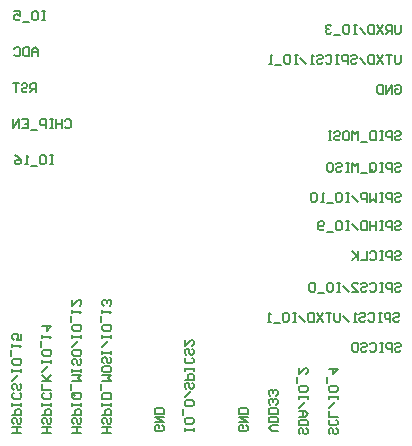
<source format=gbo>
G04*
G04 #@! TF.GenerationSoftware,Altium Limited,Altium Designer,18.1.7 (191)*
G04*
G04 Layer_Color=32896*
%FSLAX43Y43*%
%MOMM*%
G71*
G01*
G75*
%ADD18C,0.180*%
D18*
X9179Y28944D02*
X8929D01*
X9054D01*
Y28194D01*
X9179D01*
X8929D01*
X8180Y28944D02*
X8430D01*
X8555Y28819D01*
Y28319D01*
X8430Y28194D01*
X8180D01*
X8055Y28319D01*
Y28819D01*
X8180Y28944D01*
X7805Y28069D02*
X7305D01*
X7055Y28194D02*
X6805D01*
X6930D01*
Y28944D01*
X7055Y28819D01*
X5930Y28944D02*
X6180Y28819D01*
X6430Y28569D01*
Y28319D01*
X6305Y28194D01*
X6055D01*
X5930Y28319D01*
Y28444D01*
X6055Y28569D01*
X6430D01*
X10168Y31867D02*
X10293Y31992D01*
X10543D01*
X10668Y31867D01*
Y31367D01*
X10543Y31242D01*
X10293D01*
X10168Y31367D01*
X9918Y31992D02*
Y31242D01*
Y31617D01*
X9418D01*
Y31992D01*
Y31242D01*
X9168Y31992D02*
X8919D01*
X9044D01*
Y31242D01*
X9168D01*
X8919D01*
X8544D02*
Y31992D01*
X8169D01*
X8044Y31867D01*
Y31617D01*
X8169Y31492D01*
X8544D01*
X7794Y31117D02*
X7294D01*
X6544Y31992D02*
X7044D01*
Y31242D01*
X6544D01*
X7044Y31617D02*
X6794D01*
X6294Y31242D02*
Y31992D01*
X5795Y31242D01*
Y31992D01*
X7747Y34290D02*
Y35040D01*
X7372D01*
X7247Y34915D01*
Y34665D01*
X7372Y34540D01*
X7747D01*
X7497D02*
X7247Y34290D01*
X6497Y34915D02*
X6622Y35040D01*
X6872D01*
X6997Y34915D01*
Y34790D01*
X6872Y34665D01*
X6622D01*
X6497Y34540D01*
Y34415D01*
X6622Y34290D01*
X6872D01*
X6997Y34415D01*
X6247Y35040D02*
X5748D01*
X5998D01*
Y34290D01*
X7874Y37343D02*
Y37843D01*
X7624Y38093D01*
X7374Y37843D01*
Y37343D01*
Y37718D01*
X7874D01*
X7124Y38093D02*
Y37343D01*
X6749D01*
X6624Y37468D01*
Y37968D01*
X6749Y38093D01*
X7124D01*
X5875Y37968D02*
X6000Y38093D01*
X6250D01*
X6374Y37968D01*
Y37468D01*
X6250Y37343D01*
X6000D01*
X5875Y37468D01*
X8509Y41136D02*
X8259D01*
X8384D01*
Y40386D01*
X8509D01*
X8259D01*
X7509Y41136D02*
X7759D01*
X7884Y41011D01*
Y40511D01*
X7759Y40386D01*
X7509D01*
X7384Y40511D01*
Y41011D01*
X7509Y41136D01*
X7134Y40261D02*
X6635D01*
X5885Y41136D02*
X6385D01*
Y40761D01*
X6135Y40886D01*
X6010D01*
X5885Y40761D01*
Y40511D01*
X6010Y40386D01*
X6260D01*
X6385Y40511D01*
X6465Y5472D02*
X5715D01*
X6090D01*
Y5972D01*
X6465D01*
X5715D01*
X6340Y6722D02*
X6465Y6597D01*
Y6347D01*
X6340Y6222D01*
X6215D01*
X6090Y6347D01*
Y6597D01*
X5965Y6722D01*
X5840D01*
X5715Y6597D01*
Y6347D01*
X5840Y6222D01*
X5715Y6972D02*
X6465D01*
Y7346D01*
X6340Y7471D01*
X6090D01*
X5965Y7346D01*
Y6972D01*
X6465Y7721D02*
Y7971D01*
Y7846D01*
X5715D01*
Y7721D01*
Y7971D01*
X6340Y8846D02*
X6465Y8721D01*
Y8471D01*
X6340Y8346D01*
X5840D01*
X5715Y8471D01*
Y8721D01*
X5840Y8846D01*
X6340Y9596D02*
X6465Y9471D01*
Y9221D01*
X6340Y9096D01*
X6215D01*
X6090Y9221D01*
Y9471D01*
X5965Y9596D01*
X5840D01*
X5715Y9471D01*
Y9221D01*
X5840Y9096D01*
X5715Y9846D02*
X6215Y10345D01*
X6465Y10595D02*
Y10845D01*
Y10720D01*
X5715D01*
Y10595D01*
Y10845D01*
X6465Y11595D02*
Y11345D01*
X6340Y11220D01*
X5840D01*
X5715Y11345D01*
Y11595D01*
X5840Y11720D01*
X6340D01*
X6465Y11595D01*
X5590Y11970D02*
Y12470D01*
X5715Y12720D02*
Y12970D01*
Y12845D01*
X6465D01*
X6340Y12720D01*
X6465Y13844D02*
Y13344D01*
X6090D01*
X6215Y13594D01*
Y13719D01*
X6090Y13844D01*
X5840D01*
X5715Y13719D01*
Y13469D01*
X5840Y13344D01*
X9005Y5472D02*
X8255D01*
X8630D01*
Y5972D01*
X9005D01*
X8255D01*
X8880Y6722D02*
X9005Y6597D01*
Y6347D01*
X8880Y6222D01*
X8755D01*
X8630Y6347D01*
Y6597D01*
X8505Y6722D01*
X8380D01*
X8255Y6597D01*
Y6347D01*
X8380Y6222D01*
X8255Y6972D02*
X9005D01*
Y7346D01*
X8880Y7471D01*
X8630D01*
X8505Y7346D01*
Y6972D01*
X9005Y7721D02*
Y7971D01*
Y7846D01*
X8255D01*
Y7721D01*
Y7971D01*
X8880Y8846D02*
X9005Y8721D01*
Y8471D01*
X8880Y8346D01*
X8380D01*
X8255Y8471D01*
Y8721D01*
X8380Y8846D01*
X9005Y9096D02*
X8255D01*
Y9596D01*
X9005Y9846D02*
X8255D01*
X8505D01*
X9005Y10345D01*
X8630Y9971D01*
X8255Y10345D01*
Y10595D02*
X8755Y11095D01*
X9005Y11345D02*
Y11595D01*
Y11470D01*
X8255D01*
Y11345D01*
Y11595D01*
X9005Y12345D02*
Y12095D01*
X8880Y11970D01*
X8380D01*
X8255Y12095D01*
Y12345D01*
X8380Y12470D01*
X8880D01*
X9005Y12345D01*
X8130Y12720D02*
Y13220D01*
X8255Y13469D02*
Y13719D01*
Y13594D01*
X9005D01*
X8880Y13469D01*
X8255Y14469D02*
X9005D01*
X8630Y14094D01*
Y14594D01*
X11545Y5472D02*
X10795D01*
X11170D01*
Y5972D01*
X11545D01*
X10795D01*
X11420Y6722D02*
X11545Y6597D01*
Y6347D01*
X11420Y6222D01*
X11295D01*
X11170Y6347D01*
Y6597D01*
X11045Y6722D01*
X10920D01*
X10795Y6597D01*
Y6347D01*
X10920Y6222D01*
X10795Y6972D02*
X11545D01*
Y7346D01*
X11420Y7471D01*
X11170D01*
X11045Y7346D01*
Y6972D01*
X11545Y7721D02*
Y7971D01*
Y7846D01*
X10795D01*
Y7721D01*
Y7971D01*
X10920Y8846D02*
X11420D01*
X11545Y8721D01*
Y8471D01*
X11420Y8346D01*
X10920D01*
X10795Y8471D01*
Y8721D01*
X11045Y8596D02*
X10795Y8846D01*
Y8721D02*
X10920Y8846D01*
X10670Y9096D02*
Y9596D01*
X10795Y9846D02*
X11545D01*
X11295Y10096D01*
X11545Y10345D01*
X10795D01*
X11545Y10595D02*
Y10845D01*
Y10720D01*
X10795D01*
Y10595D01*
Y10845D01*
X11420Y11720D02*
X11545Y11595D01*
Y11345D01*
X11420Y11220D01*
X11295D01*
X11170Y11345D01*
Y11595D01*
X11045Y11720D01*
X10920D01*
X10795Y11595D01*
Y11345D01*
X10920Y11220D01*
X11545Y12345D02*
Y12095D01*
X11420Y11970D01*
X10920D01*
X10795Y12095D01*
Y12345D01*
X10920Y12470D01*
X11420D01*
X11545Y12345D01*
X10795Y12720D02*
X11295Y13220D01*
X11545Y13469D02*
Y13719D01*
Y13594D01*
X10795D01*
Y13469D01*
Y13719D01*
X11545Y14469D02*
Y14219D01*
X11420Y14094D01*
X10920D01*
X10795Y14219D01*
Y14469D01*
X10920Y14594D01*
X11420D01*
X11545Y14469D01*
X10670Y14844D02*
Y15344D01*
X10795Y15594D02*
Y15844D01*
Y15719D01*
X11545D01*
X11420Y15594D01*
X10795Y16718D02*
Y16219D01*
X11295Y16718D01*
X11420D01*
X11545Y16593D01*
Y16344D01*
X11420Y16219D01*
X14085Y5472D02*
X13335D01*
X13710D01*
Y5972D01*
X14085D01*
X13335D01*
X13960Y6722D02*
X14085Y6597D01*
Y6347D01*
X13960Y6222D01*
X13835D01*
X13710Y6347D01*
Y6597D01*
X13585Y6722D01*
X13460D01*
X13335Y6597D01*
Y6347D01*
X13460Y6222D01*
X13335Y6972D02*
X14085D01*
Y7346D01*
X13960Y7471D01*
X13710D01*
X13585Y7346D01*
Y6972D01*
X14085Y7721D02*
Y7971D01*
Y7846D01*
X13335D01*
Y7721D01*
Y7971D01*
X14085Y8346D02*
X13335D01*
Y8721D01*
X13460Y8846D01*
X13960D01*
X14085Y8721D01*
Y8346D01*
X13210Y9096D02*
Y9596D01*
X13335Y9846D02*
X14085D01*
X13835Y10096D01*
X14085Y10345D01*
X13335D01*
X14085Y10970D02*
Y10720D01*
X13960Y10595D01*
X13460D01*
X13335Y10720D01*
Y10970D01*
X13460Y11095D01*
X13960D01*
X14085Y10970D01*
X13960Y11845D02*
X14085Y11720D01*
Y11470D01*
X13960Y11345D01*
X13835D01*
X13710Y11470D01*
Y11720D01*
X13585Y11845D01*
X13460D01*
X13335Y11720D01*
Y11470D01*
X13460Y11345D01*
X14085Y12095D02*
Y12345D01*
Y12220D01*
X13335D01*
Y12095D01*
Y12345D01*
Y12720D02*
X13835Y13220D01*
X14085Y13469D02*
Y13719D01*
Y13594D01*
X13335D01*
Y13469D01*
Y13719D01*
X14085Y14469D02*
Y14219D01*
X13960Y14094D01*
X13460D01*
X13335Y14219D01*
Y14469D01*
X13460Y14594D01*
X13960D01*
X14085Y14469D01*
X13210Y14844D02*
Y15344D01*
X13335Y15594D02*
Y15844D01*
Y15719D01*
X14085D01*
X13960Y15594D01*
Y16219D02*
X14085Y16344D01*
Y16593D01*
X13960Y16718D01*
X13835D01*
X13710Y16593D01*
Y16468D01*
Y16593D01*
X13585Y16718D01*
X13460D01*
X13335Y16593D01*
Y16344D01*
X13460Y16219D01*
X18405Y6088D02*
X18530Y5963D01*
Y5713D01*
X18405Y5588D01*
X17905D01*
X17780Y5713D01*
Y5963D01*
X17905Y6088D01*
X18155D01*
Y5838D01*
X17780Y6338D02*
X18530D01*
X17780Y6838D01*
X18530D01*
Y7088D02*
X17780D01*
Y7462D01*
X17905Y7587D01*
X18405D01*
X18530Y7462D01*
Y7088D01*
X21070Y5588D02*
Y5838D01*
Y5713D01*
X20320D01*
Y5588D01*
Y5838D01*
X21070Y6588D02*
Y6338D01*
X20945Y6213D01*
X20445D01*
X20320Y6338D01*
Y6588D01*
X20445Y6713D01*
X20945D01*
X21070Y6588D01*
X20195Y6963D02*
Y7462D01*
X20945Y7712D02*
X21070Y7837D01*
Y8087D01*
X20945Y8212D01*
X20445D01*
X20320Y8087D01*
Y7837D01*
X20445Y7712D01*
X20945D01*
X20320Y8462D02*
X20820Y8962D01*
X20945Y9712D02*
X21070Y9587D01*
Y9337D01*
X20945Y9212D01*
X20820D01*
X20695Y9337D01*
Y9587D01*
X20570Y9712D01*
X20445D01*
X20320Y9587D01*
Y9337D01*
X20445Y9212D01*
X20320Y9962D02*
X21070D01*
Y10336D01*
X20945Y10461D01*
X20695D01*
X20570Y10336D01*
Y9962D01*
X21070Y10711D02*
Y10961D01*
Y10836D01*
X20320D01*
Y10711D01*
Y10961D01*
X20945Y11836D02*
X21070Y11711D01*
Y11461D01*
X20945Y11336D01*
X20445D01*
X20320Y11461D01*
Y11711D01*
X20445Y11836D01*
X20945Y12586D02*
X21070Y12461D01*
Y12211D01*
X20945Y12086D01*
X20820D01*
X20695Y12211D01*
Y12461D01*
X20570Y12586D01*
X20445D01*
X20320Y12461D01*
Y12211D01*
X20445Y12086D01*
X20320Y13336D02*
Y12836D01*
X20820Y13336D01*
X20945D01*
X21070Y13211D01*
Y12961D01*
X20945Y12836D01*
X25517Y6088D02*
X25642Y5963D01*
Y5713D01*
X25517Y5588D01*
X25017D01*
X24892Y5713D01*
Y5963D01*
X25017Y6088D01*
X25267D01*
Y5838D01*
X24892Y6338D02*
X25642D01*
X24892Y6838D01*
X25642D01*
Y7088D02*
X24892D01*
Y7462D01*
X25017Y7587D01*
X25517D01*
X25642Y7462D01*
Y7088D01*
X28182Y5588D02*
X27682D01*
X27432Y5838D01*
X27682Y6088D01*
X28182D01*
Y6338D02*
X27432D01*
Y6713D01*
X27557Y6838D01*
X28057D01*
X28182Y6713D01*
Y6338D01*
Y7088D02*
X27432D01*
Y7462D01*
X27557Y7587D01*
X28057D01*
X28182Y7462D01*
Y7088D01*
X28057Y7837D02*
X28182Y7962D01*
Y8212D01*
X28057Y8337D01*
X27932D01*
X27807Y8212D01*
Y8087D01*
Y8212D01*
X27682Y8337D01*
X27557D01*
X27432Y8212D01*
Y7962D01*
X27557Y7837D01*
X28057Y8587D02*
X28182Y8712D01*
Y8962D01*
X28057Y9087D01*
X27932D01*
X27807Y8962D01*
Y8837D01*
Y8962D01*
X27682Y9087D01*
X27557D01*
X27432Y8962D01*
Y8712D01*
X27557Y8587D01*
X30597Y5834D02*
X30722Y5709D01*
Y5459D01*
X30597Y5334D01*
X30472D01*
X30347Y5459D01*
Y5709D01*
X30222Y5834D01*
X30097D01*
X29972Y5709D01*
Y5459D01*
X30097Y5334D01*
X30722Y6084D02*
X29972D01*
Y6459D01*
X30097Y6584D01*
X30597D01*
X30722Y6459D01*
Y6084D01*
X29972Y6834D02*
X30472D01*
X30722Y7083D01*
X30472Y7333D01*
X29972D01*
X30347D01*
Y6834D01*
X29972Y7583D02*
X30472Y8083D01*
X30722Y8333D02*
Y8583D01*
Y8458D01*
X29972D01*
Y8333D01*
Y8583D01*
X30722Y9333D02*
Y9083D01*
X30597Y8958D01*
X30097D01*
X29972Y9083D01*
Y9333D01*
X30097Y9458D01*
X30597D01*
X30722Y9333D01*
X29847Y9708D02*
Y10207D01*
X29972Y10957D02*
Y10457D01*
X30472Y10957D01*
X30597D01*
X30722Y10832D01*
Y10582D01*
X30597Y10457D01*
X33137Y5834D02*
X33262Y5709D01*
Y5459D01*
X33137Y5334D01*
X33012D01*
X32887Y5459D01*
Y5709D01*
X32762Y5834D01*
X32637D01*
X32512Y5709D01*
Y5459D01*
X32637Y5334D01*
X33137Y6584D02*
X33262Y6459D01*
Y6209D01*
X33137Y6084D01*
X32637D01*
X32512Y6209D01*
Y6459D01*
X32637Y6584D01*
X33262Y6834D02*
X32512D01*
Y7333D01*
Y7583D02*
X33012Y8083D01*
X33262Y8333D02*
Y8583D01*
Y8458D01*
X32512D01*
Y8333D01*
Y8583D01*
X33262Y9333D02*
Y9083D01*
X33137Y8958D01*
X32637D01*
X32512Y9083D01*
Y9333D01*
X32637Y9458D01*
X33137D01*
X33262Y9333D01*
X32387Y9708D02*
Y10207D01*
X32512Y10832D02*
X33262D01*
X32887Y10457D01*
Y10957D01*
X38108Y12944D02*
X38233Y13069D01*
X38483D01*
X38608Y12944D01*
Y12819D01*
X38483Y12694D01*
X38233D01*
X38108Y12569D01*
Y12444D01*
X38233Y12319D01*
X38483D01*
X38608Y12444D01*
X37858Y12319D02*
Y13069D01*
X37483D01*
X37358Y12944D01*
Y12694D01*
X37483Y12569D01*
X37858D01*
X37108Y13069D02*
X36859D01*
X36984D01*
Y12319D01*
X37108D01*
X36859D01*
X35984Y12944D02*
X36109Y13069D01*
X36359D01*
X36484Y12944D01*
Y12444D01*
X36359Y12319D01*
X36109D01*
X35984Y12444D01*
X35234Y12944D02*
X35359Y13069D01*
X35609D01*
X35734Y12944D01*
Y12819D01*
X35609Y12694D01*
X35359D01*
X35234Y12569D01*
Y12444D01*
X35359Y12319D01*
X35609D01*
X35734Y12444D01*
X34984Y12944D02*
X34859Y13069D01*
X34609D01*
X34484Y12944D01*
Y12444D01*
X34609Y12319D01*
X34859D01*
X34984Y12444D01*
Y12944D01*
X37981Y15484D02*
X38106Y15609D01*
X38356D01*
X38481Y15484D01*
Y15359D01*
X38356Y15234D01*
X38106D01*
X37981Y15109D01*
Y14984D01*
X38106Y14859D01*
X38356D01*
X38481Y14984D01*
X37731Y14859D02*
Y15609D01*
X37356D01*
X37231Y15484D01*
Y15234D01*
X37356Y15109D01*
X37731D01*
X36981Y15609D02*
X36732D01*
X36857D01*
Y14859D01*
X36981D01*
X36732D01*
X35857Y15484D02*
X35982Y15609D01*
X36232D01*
X36357Y15484D01*
Y14984D01*
X36232Y14859D01*
X35982D01*
X35857Y14984D01*
X35107Y15484D02*
X35232Y15609D01*
X35482D01*
X35607Y15484D01*
Y15359D01*
X35482Y15234D01*
X35232D01*
X35107Y15109D01*
Y14984D01*
X35232Y14859D01*
X35482D01*
X35607Y14984D01*
X34857Y14859D02*
X34607D01*
X34732D01*
Y15609D01*
X34857Y15484D01*
X34232Y14859D02*
X33733Y15359D01*
X33483Y15609D02*
Y14984D01*
X33358Y14859D01*
X33108D01*
X32983Y14984D01*
Y15609D01*
X32733D02*
X32233D01*
X32483D01*
Y14859D01*
X31983Y15609D02*
X31483Y14859D01*
Y15609D02*
X31983Y14859D01*
X31233Y15609D02*
Y14859D01*
X30858D01*
X30733Y14984D01*
Y15484D01*
X30858Y15609D01*
X31233D01*
X30484Y14859D02*
X29984Y15359D01*
X29734Y15609D02*
X29484D01*
X29609D01*
Y14859D01*
X29734D01*
X29484D01*
X28734Y15609D02*
X28984D01*
X29109Y15484D01*
Y14984D01*
X28984Y14859D01*
X28734D01*
X28609Y14984D01*
Y15484D01*
X28734Y15609D01*
X28359Y14734D02*
X27859D01*
X27609Y14859D02*
X27360D01*
X27485D01*
Y15609D01*
X27609Y15484D01*
X38108Y18024D02*
X38233Y18149D01*
X38483D01*
X38608Y18024D01*
Y17899D01*
X38483Y17774D01*
X38233D01*
X38108Y17649D01*
Y17524D01*
X38233Y17399D01*
X38483D01*
X38608Y17524D01*
X37858Y17399D02*
Y18149D01*
X37483D01*
X37358Y18024D01*
Y17774D01*
X37483Y17649D01*
X37858D01*
X37108Y18149D02*
X36859D01*
X36984D01*
Y17399D01*
X37108D01*
X36859D01*
X35984Y18024D02*
X36109Y18149D01*
X36359D01*
X36484Y18024D01*
Y17524D01*
X36359Y17399D01*
X36109D01*
X35984Y17524D01*
X35234Y18024D02*
X35359Y18149D01*
X35609D01*
X35734Y18024D01*
Y17899D01*
X35609Y17774D01*
X35359D01*
X35234Y17649D01*
Y17524D01*
X35359Y17399D01*
X35609D01*
X35734Y17524D01*
X34484Y17399D02*
X34984D01*
X34484Y17899D01*
Y18024D01*
X34609Y18149D01*
X34859D01*
X34984Y18024D01*
X34234Y17399D02*
X33735Y17899D01*
X33485Y18149D02*
X33235D01*
X33360D01*
Y17399D01*
X33485D01*
X33235D01*
X32485Y18149D02*
X32735D01*
X32860Y18024D01*
Y17524D01*
X32735Y17399D01*
X32485D01*
X32360Y17524D01*
Y18024D01*
X32485Y18149D01*
X32110Y17274D02*
X31610D01*
X31360Y18024D02*
X31235Y18149D01*
X30985D01*
X30860Y18024D01*
Y17524D01*
X30985Y17399D01*
X31235D01*
X31360Y17524D01*
Y18024D01*
X38108Y20691D02*
X38233Y20816D01*
X38483D01*
X38608Y20691D01*
Y20566D01*
X38483Y20441D01*
X38233D01*
X38108Y20316D01*
Y20191D01*
X38233Y20066D01*
X38483D01*
X38608Y20191D01*
X37858Y20066D02*
Y20816D01*
X37483D01*
X37358Y20691D01*
Y20441D01*
X37483Y20316D01*
X37858D01*
X37108Y20816D02*
X36859D01*
X36984D01*
Y20066D01*
X37108D01*
X36859D01*
X35984Y20691D02*
X36109Y20816D01*
X36359D01*
X36484Y20691D01*
Y20191D01*
X36359Y20066D01*
X36109D01*
X35984Y20191D01*
X35734Y20816D02*
Y20066D01*
X35234D01*
X34984Y20816D02*
Y20066D01*
Y20316D01*
X34484Y20816D01*
X34859Y20441D01*
X34484Y20066D01*
X38108Y23231D02*
X38233Y23356D01*
X38483D01*
X38608Y23231D01*
Y23106D01*
X38483Y22981D01*
X38233D01*
X38108Y22856D01*
Y22731D01*
X38233Y22606D01*
X38483D01*
X38608Y22731D01*
X37858Y22606D02*
Y23356D01*
X37483D01*
X37358Y23231D01*
Y22981D01*
X37483Y22856D01*
X37858D01*
X37108Y23356D02*
X36859D01*
X36984D01*
Y22606D01*
X37108D01*
X36859D01*
X36484Y23356D02*
Y22606D01*
Y22981D01*
X35984D01*
Y23356D01*
Y22606D01*
X35734Y23356D02*
Y22606D01*
X35359D01*
X35234Y22731D01*
Y23231D01*
X35359Y23356D01*
X35734D01*
X34984Y22606D02*
X34484Y23106D01*
X34234Y23356D02*
X33984D01*
X34109D01*
Y22606D01*
X34234D01*
X33984D01*
X33235Y23356D02*
X33485D01*
X33610Y23231D01*
Y22731D01*
X33485Y22606D01*
X33235D01*
X33110Y22731D01*
Y23231D01*
X33235Y23356D01*
X32860Y22481D02*
X32360D01*
X32110Y22731D02*
X31985Y22606D01*
X31735D01*
X31610Y22731D01*
Y23231D01*
X31735Y23356D01*
X31985D01*
X32110Y23231D01*
Y23106D01*
X31985Y22981D01*
X31610D01*
X38108Y25644D02*
X38233Y25769D01*
X38483D01*
X38608Y25644D01*
Y25519D01*
X38483Y25394D01*
X38233D01*
X38108Y25269D01*
Y25144D01*
X38233Y25019D01*
X38483D01*
X38608Y25144D01*
X37858Y25019D02*
Y25769D01*
X37483D01*
X37358Y25644D01*
Y25394D01*
X37483Y25269D01*
X37858D01*
X37108Y25769D02*
X36859D01*
X36984D01*
Y25019D01*
X37108D01*
X36859D01*
X36484Y25769D02*
Y25019D01*
X36234Y25269D01*
X35984Y25019D01*
Y25769D01*
X35734Y25019D02*
Y25769D01*
X35359D01*
X35234Y25644D01*
Y25394D01*
X35359Y25269D01*
X35734D01*
X34984Y25019D02*
X34484Y25519D01*
X34234Y25769D02*
X33984D01*
X34109D01*
Y25019D01*
X34234D01*
X33984D01*
X33235Y25769D02*
X33485D01*
X33610Y25644D01*
Y25144D01*
X33485Y25019D01*
X33235D01*
X33110Y25144D01*
Y25644D01*
X33235Y25769D01*
X32860Y24894D02*
X32360D01*
X32110Y25019D02*
X31860D01*
X31985D01*
Y25769D01*
X32110Y25644D01*
X31485D02*
X31360Y25769D01*
X31110D01*
X30985Y25644D01*
Y25144D01*
X31110Y25019D01*
X31360D01*
X31485Y25144D01*
Y25644D01*
X38108Y28184D02*
X38233Y28309D01*
X38483D01*
X38608Y28184D01*
Y28059D01*
X38483Y27934D01*
X38233D01*
X38108Y27809D01*
Y27684D01*
X38233Y27559D01*
X38483D01*
X38608Y27684D01*
X37858Y27559D02*
Y28309D01*
X37483D01*
X37358Y28184D01*
Y27934D01*
X37483Y27809D01*
X37858D01*
X37108Y28309D02*
X36859D01*
X36984D01*
Y27559D01*
X37108D01*
X36859D01*
X35984Y27684D02*
Y28184D01*
X36109Y28309D01*
X36359D01*
X36484Y28184D01*
Y27684D01*
X36359Y27559D01*
X36109D01*
X36234Y27809D02*
X35984Y27559D01*
X36109D02*
X35984Y27684D01*
X35734Y27434D02*
X35234D01*
X34984Y27559D02*
Y28309D01*
X34734Y28059D01*
X34484Y28309D01*
Y27559D01*
X34234Y28309D02*
X33984D01*
X34109D01*
Y27559D01*
X34234D01*
X33984D01*
X33110Y28184D02*
X33235Y28309D01*
X33485D01*
X33610Y28184D01*
Y28059D01*
X33485Y27934D01*
X33235D01*
X33110Y27809D01*
Y27684D01*
X33235Y27559D01*
X33485D01*
X33610Y27684D01*
X32485Y28309D02*
X32735D01*
X32860Y28184D01*
Y27684D01*
X32735Y27559D01*
X32485D01*
X32360Y27684D01*
Y28184D01*
X32485Y28309D01*
X38108Y30851D02*
X38233Y30976D01*
X38483D01*
X38608Y30851D01*
Y30726D01*
X38483Y30601D01*
X38233D01*
X38108Y30476D01*
Y30351D01*
X38233Y30226D01*
X38483D01*
X38608Y30351D01*
X37858Y30226D02*
Y30976D01*
X37483D01*
X37358Y30851D01*
Y30601D01*
X37483Y30476D01*
X37858D01*
X37108Y30976D02*
X36859D01*
X36984D01*
Y30226D01*
X37108D01*
X36859D01*
X36484Y30976D02*
Y30226D01*
X36109D01*
X35984Y30351D01*
Y30851D01*
X36109Y30976D01*
X36484D01*
X35734Y30101D02*
X35234D01*
X34984Y30226D02*
Y30976D01*
X34734Y30726D01*
X34484Y30976D01*
Y30226D01*
X33860Y30976D02*
X34109D01*
X34234Y30851D01*
Y30351D01*
X34109Y30226D01*
X33860D01*
X33735Y30351D01*
Y30851D01*
X33860Y30976D01*
X32985Y30851D02*
X33110Y30976D01*
X33360D01*
X33485Y30851D01*
Y30726D01*
X33360Y30601D01*
X33110D01*
X32985Y30476D01*
Y30351D01*
X33110Y30226D01*
X33360D01*
X33485Y30351D01*
X32735Y30976D02*
X32485D01*
X32610D01*
Y30226D01*
X32735D01*
X32485D01*
X38108Y34788D02*
X38233Y34913D01*
X38483D01*
X38608Y34788D01*
Y34288D01*
X38483Y34163D01*
X38233D01*
X38108Y34288D01*
Y34538D01*
X38358D01*
X37858Y34163D02*
Y34913D01*
X37358Y34163D01*
Y34913D01*
X37108D02*
Y34163D01*
X36734D01*
X36609Y34288D01*
Y34788D01*
X36734Y34913D01*
X37108D01*
X38608Y37453D02*
Y36828D01*
X38483Y36703D01*
X38233D01*
X38108Y36828D01*
Y37453D01*
X37858D02*
X37358D01*
X37608D01*
Y36703D01*
X37108Y37453D02*
X36609Y36703D01*
Y37453D02*
X37108Y36703D01*
X36359Y37453D02*
Y36703D01*
X35984D01*
X35859Y36828D01*
Y37328D01*
X35984Y37453D01*
X36359D01*
X35609Y36703D02*
X35109Y37203D01*
X34359Y37328D02*
X34484Y37453D01*
X34734D01*
X34859Y37328D01*
Y37203D01*
X34734Y37078D01*
X34484D01*
X34359Y36953D01*
Y36828D01*
X34484Y36703D01*
X34734D01*
X34859Y36828D01*
X34109Y36703D02*
Y37453D01*
X33735D01*
X33610Y37328D01*
Y37078D01*
X33735Y36953D01*
X34109D01*
X33360Y37453D02*
X33110D01*
X33235D01*
Y36703D01*
X33360D01*
X33110D01*
X32235Y37328D02*
X32360Y37453D01*
X32610D01*
X32735Y37328D01*
Y36828D01*
X32610Y36703D01*
X32360D01*
X32235Y36828D01*
X31485Y37328D02*
X31610Y37453D01*
X31860D01*
X31985Y37328D01*
Y37203D01*
X31860Y37078D01*
X31610D01*
X31485Y36953D01*
Y36828D01*
X31610Y36703D01*
X31860D01*
X31985Y36828D01*
X31235Y36703D02*
X30985D01*
X31110D01*
Y37453D01*
X31235Y37328D01*
X30611Y36703D02*
X30111Y37203D01*
X29861Y37453D02*
X29611D01*
X29736D01*
Y36703D01*
X29861D01*
X29611D01*
X28861Y37453D02*
X29111D01*
X29236Y37328D01*
Y36828D01*
X29111Y36703D01*
X28861D01*
X28736Y36828D01*
Y37328D01*
X28861Y37453D01*
X28486Y36578D02*
X27986D01*
X27736Y36703D02*
X27487D01*
X27612D01*
Y37453D01*
X27736Y37328D01*
X38608Y39993D02*
Y39368D01*
X38483Y39243D01*
X38233D01*
X38108Y39368D01*
Y39993D01*
X37858Y39243D02*
Y39993D01*
X37483D01*
X37358Y39868D01*
Y39618D01*
X37483Y39493D01*
X37858D01*
X37608D02*
X37358Y39243D01*
X37108Y39993D02*
X36609Y39243D01*
Y39993D02*
X37108Y39243D01*
X36359Y39993D02*
Y39243D01*
X35984D01*
X35859Y39368D01*
Y39868D01*
X35984Y39993D01*
X36359D01*
X35609Y39243D02*
X35109Y39743D01*
X34859Y39993D02*
X34609D01*
X34734D01*
Y39243D01*
X34859D01*
X34609D01*
X33860Y39993D02*
X34109D01*
X34234Y39868D01*
Y39368D01*
X34109Y39243D01*
X33860D01*
X33735Y39368D01*
Y39868D01*
X33860Y39993D01*
X33485Y39118D02*
X32985D01*
X32735Y39868D02*
X32610Y39993D01*
X32360D01*
X32235Y39868D01*
Y39743D01*
X32360Y39618D01*
X32485D01*
X32360D01*
X32235Y39493D01*
Y39368D01*
X32360Y39243D01*
X32610D01*
X32735Y39368D01*
M02*

</source>
